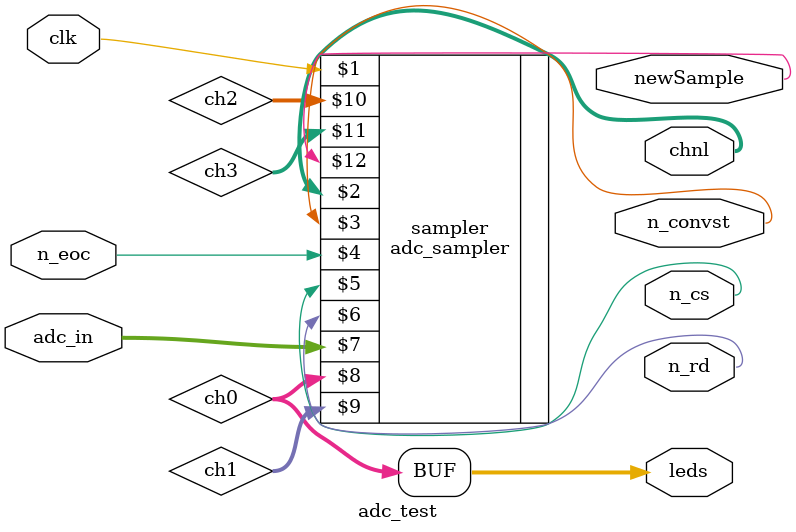
<source format=sv>
module adc_test (input logic clk,    // Clock from FPGA
	output logic[2:0] chnl, // Channel selector to ADC
	output logic n_convst, // (ON low) Start conversion on ADC
	input logic n_eoc, // (ON low) Input signal indicating EOC from ADC
	output logic n_cs, // (ON low) chip select to ADC
	output logic n_rd, // (ON low) initiate a read on ADC
	input logic[7:0] adc_in, // data bits from the ADC
	output logic[7:0] leds,
	output logic newSample);
	
logic[7:0] ch0, ch1, ch2, ch3;

adc_sampler sampler(clk, chnl, n_convst, n_eoc, n_cs, n_rd, adc_in, ch0, ch1, ch2, ch3, newSample);

assign leds = ch0;

endmodule

</source>
